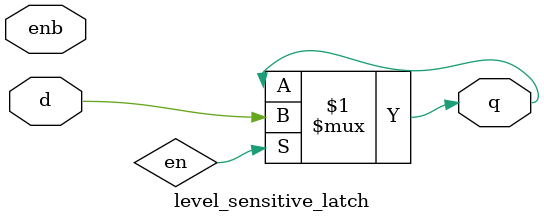
<source format=v>
module level_sensitive_latch(d,q,enb);

input d,enb;
output q;

assign q=en?d:q;
endmodule

// A SIMPLE D LATCH WILL BE GENERATED

</source>
